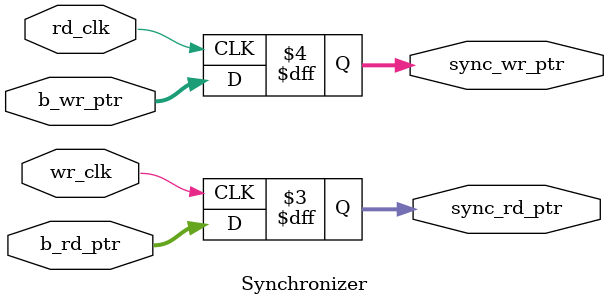
<source format=v>
module Synchronizer (
    input wire wr_clk,
    input wire rd_clk,
    input wire [N-1:0] b_wr_ptr,
    input wire [N-1:0] b_rd_ptr,
    output reg [N-1:0] sync_wr_ptr,
    output reg [N-1:0] sync_rd_ptr
);
    parameter N = 4;

    always @(posedge rd_clk) begin
        sync_wr_ptr <= b_wr_ptr;
    end

    always @(posedge wr_clk) begin
        sync_rd_ptr <= b_rd_ptr;
    end
endmodule

</source>
